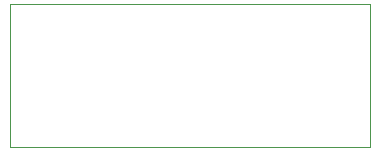
<source format=gbr>
G04 (created by PCBNEW (2013-07-07 BZR 4022)-stable) date 4/11/2015 2:22:11 PM*
%MOIN*%
G04 Gerber Fmt 3.4, Leading zero omitted, Abs format*
%FSLAX34Y34*%
G01*
G70*
G90*
G04 APERTURE LIST*
%ADD10C,0.00590551*%
%ADD11C,0.00393701*%
G04 APERTURE END LIST*
G54D10*
G54D11*
X51750Y-25250D02*
X63750Y-25250D01*
X51750Y-30000D02*
X51750Y-25250D01*
X63750Y-30000D02*
X51750Y-30000D01*
X63750Y-25250D02*
X63750Y-30000D01*
M02*

</source>
